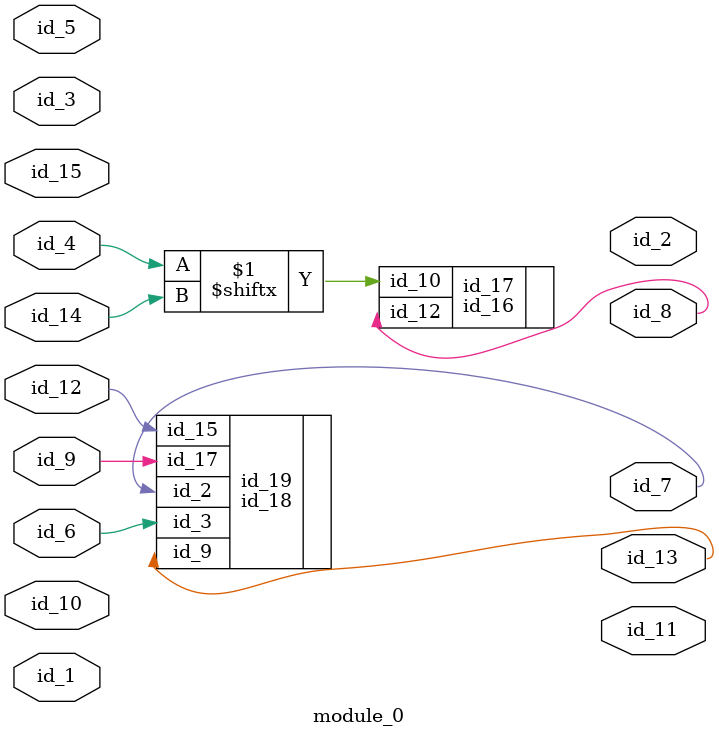
<source format=v>
module module_0 (
    id_1,
    id_2,
    id_3,
    id_4,
    id_5,
    id_6,
    id_7,
    id_8,
    id_9,
    id_10,
    id_11,
    id_12,
    id_13,
    id_14,
    id_15
);
  input id_15;
  input id_14;
  output id_13;
  input id_12;
  output id_11;
  input id_10;
  input id_9;
  output id_8;
  output id_7;
  input id_6;
  input id_5;
  input id_4;
  input id_3;
  output id_2;
  input id_1;
  id_16 id_17 (
      .id_10(id_4[id_14]),
      .id_12(id_8)
  );
  id_18 id_19 (
      .id_17(id_9),
      .id_15(id_12),
      .id_3 (id_12),
      .id_9 (id_13),
      .id_3 (id_6),
      .id_2 (id_7)
  );
endmodule

</source>
